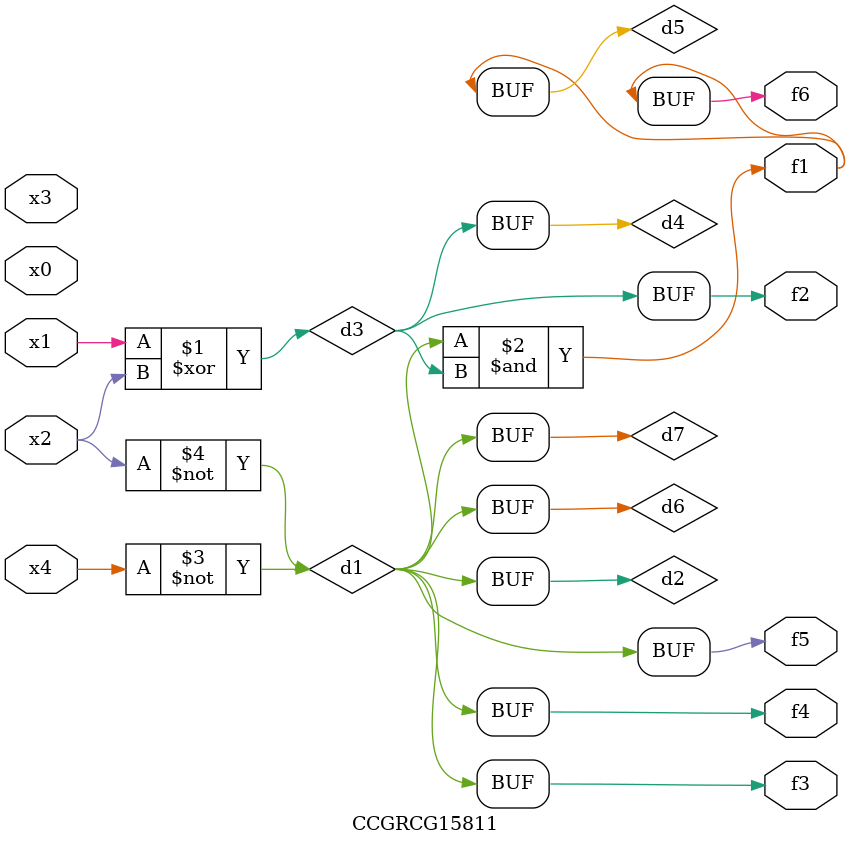
<source format=v>
module CCGRCG15811(
	input x0, x1, x2, x3, x4,
	output f1, f2, f3, f4, f5, f6
);

	wire d1, d2, d3, d4, d5, d6, d7;

	not (d1, x4);
	not (d2, x2);
	xor (d3, x1, x2);
	buf (d4, d3);
	and (d5, d1, d3);
	buf (d6, d1, d2);
	buf (d7, d2);
	assign f1 = d5;
	assign f2 = d4;
	assign f3 = d7;
	assign f4 = d7;
	assign f5 = d7;
	assign f6 = d5;
endmodule

</source>
